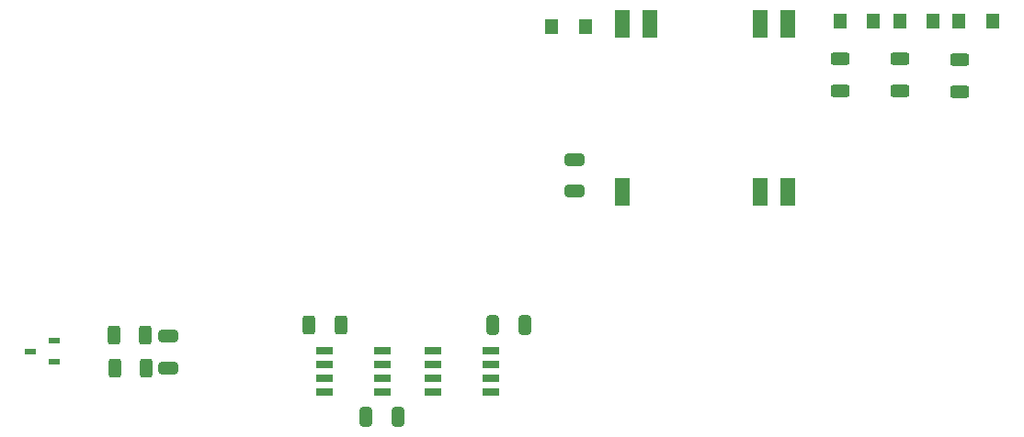
<source format=gbp>
%TF.GenerationSoftware,KiCad,Pcbnew,9.0.1*%
%TF.CreationDate,2025-08-07T18:15:33+02:00*%
%TF.ProjectId,Hauptmodul,48617570-746d-46f6-9475-6c2e6b696361,rev?*%
%TF.SameCoordinates,Original*%
%TF.FileFunction,Paste,Bot*%
%TF.FilePolarity,Positive*%
%FSLAX46Y46*%
G04 Gerber Fmt 4.6, Leading zero omitted, Abs format (unit mm)*
G04 Created by KiCad (PCBNEW 9.0.1) date 2025-08-07 18:15:33*
%MOMM*%
%LPD*%
G01*
G04 APERTURE LIST*
G04 Aperture macros list*
%AMRoundRect*
0 Rectangle with rounded corners*
0 $1 Rounding radius*
0 $2 $3 $4 $5 $6 $7 $8 $9 X,Y pos of 4 corners*
0 Add a 4 corners polygon primitive as box body*
4,1,4,$2,$3,$4,$5,$6,$7,$8,$9,$2,$3,0*
0 Add four circle primitives for the rounded corners*
1,1,$1+$1,$2,$3*
1,1,$1+$1,$4,$5*
1,1,$1+$1,$6,$7*
1,1,$1+$1,$8,$9*
0 Add four rect primitives between the rounded corners*
20,1,$1+$1,$2,$3,$4,$5,0*
20,1,$1+$1,$4,$5,$6,$7,0*
20,1,$1+$1,$6,$7,$8,$9,0*
20,1,$1+$1,$8,$9,$2,$3,0*%
G04 Aperture macros list end*
%ADD10RoundRect,0.250000X0.312500X0.625000X-0.312500X0.625000X-0.312500X-0.625000X0.312500X-0.625000X0*%
%ADD11RoundRect,0.250000X0.625000X-0.312500X0.625000X0.312500X-0.625000X0.312500X-0.625000X-0.312500X0*%
%ADD12RoundRect,0.250000X0.325000X0.650000X-0.325000X0.650000X-0.325000X-0.650000X0.325000X-0.650000X0*%
%ADD13R,1.300000X1.450000*%
%ADD14R,1.400000X2.500000*%
%ADD15RoundRect,0.250000X0.650000X-0.325000X0.650000X0.325000X-0.650000X0.325000X-0.650000X-0.325000X0*%
%ADD16R,1.500000X0.650000*%
%ADD17RoundRect,0.250000X-0.312500X-0.625000X0.312500X-0.625000X0.312500X0.625000X-0.312500X0.625000X0*%
%ADD18R,1.050000X0.600000*%
G04 APERTURE END LIST*
D10*
%TO.C,R6*%
X114000000Y-75500000D03*
X111075000Y-75500000D03*
%TD*%
D11*
%TO.C,R10*%
X189000000Y-53000000D03*
X189000000Y-50075000D03*
%TD*%
D12*
%TO.C,C6*%
X148975000Y-74500000D03*
X146025000Y-74500000D03*
%TD*%
D13*
%TO.C,LED2*%
X192050000Y-46500000D03*
X188950000Y-46500000D03*
%TD*%
%TO.C,LED3*%
X151400000Y-47000000D03*
X154500000Y-47000000D03*
%TD*%
D12*
%TO.C,C4*%
X137250000Y-83000000D03*
X134300000Y-83000000D03*
%TD*%
D13*
%TO.C,LED4*%
X181050000Y-46500000D03*
X177950000Y-46500000D03*
%TD*%
D10*
%TO.C,R2*%
X132000000Y-74500000D03*
X129075000Y-74500000D03*
%TD*%
D14*
%TO.C,PS1*%
X157960000Y-46750000D03*
X160500000Y-46750000D03*
X170660000Y-46750000D03*
X173200000Y-46750000D03*
X173200000Y-62250000D03*
X170660000Y-62250000D03*
X157960000Y-62250000D03*
%TD*%
D15*
%TO.C,C5*%
X116075000Y-78500000D03*
X116075000Y-75550000D03*
%TD*%
%TO.C,C3*%
X153500000Y-62200000D03*
X153500000Y-59250000D03*
%TD*%
D13*
%TO.C,LED1*%
X186550000Y-46500000D03*
X183450000Y-46500000D03*
%TD*%
D16*
%TO.C,IC1*%
X135850000Y-76900000D03*
X135850000Y-78170000D03*
X135850000Y-79440000D03*
X135850000Y-80710000D03*
X130450000Y-80710000D03*
X130450000Y-79440000D03*
X130450000Y-78170000D03*
X130450000Y-76900000D03*
%TD*%
%TO.C,IC4*%
X145850000Y-76900000D03*
X145850000Y-78170000D03*
X145850000Y-79440000D03*
X145850000Y-80710000D03*
X140450000Y-80710000D03*
X140450000Y-79440000D03*
X140450000Y-78170000D03*
X140450000Y-76900000D03*
%TD*%
D17*
%TO.C,R5*%
X111150000Y-78500000D03*
X114075000Y-78500000D03*
%TD*%
D11*
%TO.C,R8*%
X183500000Y-52925000D03*
X183500000Y-50000000D03*
%TD*%
D18*
%TO.C,D3*%
X105575000Y-76000000D03*
X105575000Y-77900000D03*
X103375000Y-76950000D03*
%TD*%
D11*
%TO.C,R13*%
X178000000Y-52925000D03*
X178000000Y-50000000D03*
%TD*%
M02*

</source>
